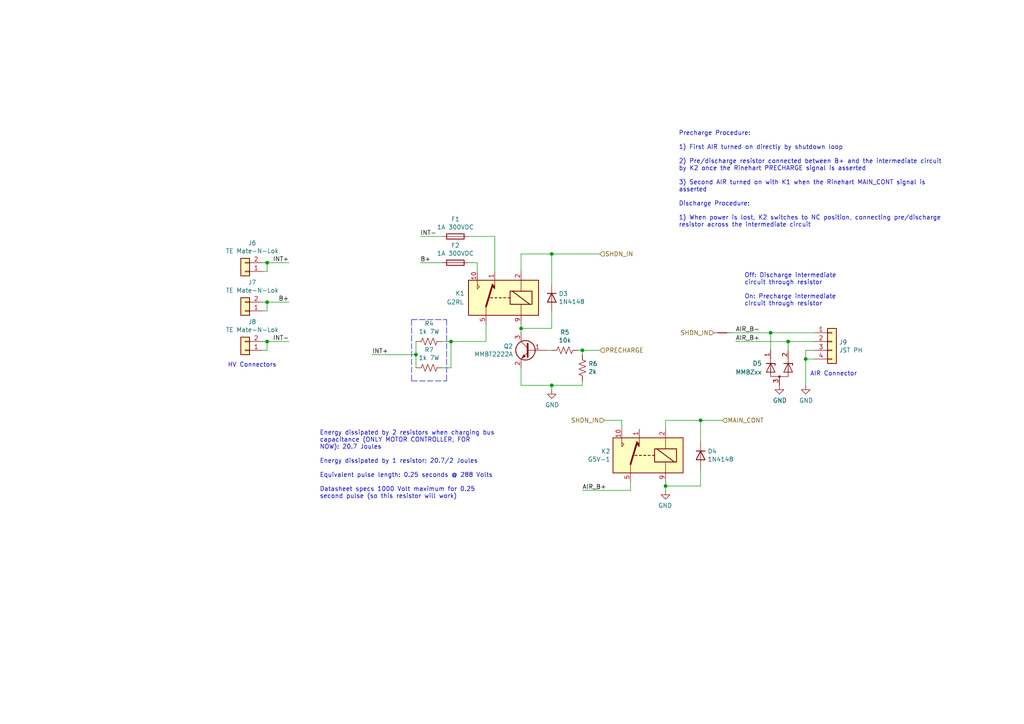
<source format=kicad_sch>
(kicad_sch (version 20211123) (generator eeschema)
  (paper "A4")
  (lib_symbols
    (symbol "Connector_Generic:Conn_01x02" (pin_names (offset 1.016) hide)
      (property "Reference" "J" (at 0 2.54 0))
      (property "Value" "Conn_01x02" (at 0 -5.08 0))
      (symbol "Conn_01x02_1_1"
        (rectangle (start -1.27 -2.413) (end 0 -2.667) (stroke (width 0.1524)))
        (rectangle (start -1.27 0.127) (end 0 -0.127) (stroke (width 0.1524)))
        (rectangle (start -1.27 1.27) (end 1.27 -3.81) (stroke (width 0.254)) (fill (type background)))
        (pin passive line (at -5.08 0 0) (length 3.81) (name "Pin_1") (number "1"))
        (pin passive line (at -5.08 -2.54 0) (length 3.81) (name "Pin_2") (number "2"))
      )
    )
    (symbol "Connector_Generic:Conn_01x04" (pin_names (offset 1.016) hide)
      (property "Reference" "J" (at 0 5.08 0))
      (property "Value" "Conn_01x04" (at 0 -7.62 0))
      (symbol "Conn_01x04_1_1"
        (rectangle (start -1.27 -4.953) (end 0 -5.207) (stroke (width 0.1524)))
        (rectangle (start -1.27 -2.413) (end 0 -2.667) (stroke (width 0.1524)))
        (rectangle (start -1.27 0.127) (end 0 -0.127) (stroke (width 0.1524)))
        (rectangle (start -1.27 2.667) (end 0 2.413) (stroke (width 0.1524)))
        (rectangle (start -1.27 3.81) (end 1.27 -6.35) (stroke (width 0.254)) (fill (type background)))
        (pin passive line (at -5.08 2.54 0) (length 3.81) (name "Pin_1") (number "1"))
        (pin passive line (at -5.08 0 0) (length 3.81) (name "Pin_2") (number "2"))
        (pin passive line (at -5.08 -2.54 0) (length 3.81) (name "Pin_3") (number "3"))
        (pin passive line (at -5.08 -5.08 0) (length 3.81) (name "Pin_4") (number "4"))
      )
    )
    (symbol "Device:Fuse" (pin_numbers hide) (pin_names (offset 0))
      (property "Reference" "F" (at 2.032 0 90))
      (property "Value" "Fuse" (at -1.905 0 90))
      (symbol "Fuse_0_1"
        (rectangle (start -0.762 -2.54) (end 0.762 2.54) (stroke (width 0.254)))
        (polyline (pts (xy 0 2.54) (xy 0 -2.54)))
      )
      (symbol "Fuse_1_1"
        (pin passive line (at 0 3.81 270) (length 1.27) (name "~") (number "1"))
        (pin passive line (at 0 -3.81 90) (length 1.27) (name "~") (number "2"))
      )
    )
    (symbol "Device:Net-Tie_2" (pin_numbers hide) (pin_names (offset 0) hide)
      (property "Reference" "NT" (at 0 1.27 0))
      (property "Value" "Device_Net-Tie_2" (at 0 -1.27 0))
      (symbol "Net-Tie_2_0_1"
        (polyline (pts (xy -1.27 0) (xy 1.27 0)) (stroke (width 0.254)))
      )
      (symbol "Net-Tie_2_1_1"
        (pin passive line (at -2.54 0 0) (length 2.54) (name "1") (number "1"))
        (pin passive line (at 2.54 0 180) (length 2.54) (name "2") (number "2"))
      )
    )
    (symbol "Device:Q_NPN_BEC" (pin_names (offset 0) hide)
      (property "Reference" "Q" (at 5.08 1.27 0))
      (property "Value" "Q_NPN_BEC" (at 5.08 -1.27 0))
      (symbol "Q_NPN_BEC_0_1"
        (polyline (pts (xy 0.635 0.635) (xy 2.54 2.54)))
        (polyline (pts (xy 0.635 -0.635) (xy 2.54 -2.54) (xy 2.54 -2.54)))
        (polyline (pts (xy 0.635 1.905) (xy 0.635 -1.905) (xy 0.635 -1.905)) (stroke (width 0.508)))
        (polyline (pts (xy 1.27 -1.778) (xy 1.778 -1.27) (xy 2.286 -2.286) (xy 1.27 -1.778) (xy 1.27 -1.778)) (fill (type outline)))
        (circle (center 1.27 0) (radius 2.8194) (stroke (width 0.254)))
      )
      (symbol "Q_NPN_BEC_1_1"
        (pin input line (at -5.08 0 0) (length 5.715) (name "B") (number "1"))
        (pin passive line (at 2.54 -5.08 90) (length 2.54) (name "E") (number "2"))
        (pin passive line (at 2.54 5.08 270) (length 2.54) (name "C") (number "3"))
      )
    )
    (symbol "Device:R_US" (pin_numbers hide) (pin_names (offset 0))
      (property "Reference" "R" (at 2.54 0 90))
      (property "Value" "R_US" (at -2.54 0 90))
      (symbol "R_US_0_1"
        (polyline (pts (xy 0 -2.286) (xy 0 -2.54)))
        (polyline (pts (xy 0 2.286) (xy 0 2.54)))
        (polyline (pts (xy 0 -0.762) (xy 1.016 -1.143) (xy 0 -1.524) (xy -1.016 -1.905) (xy 0 -2.286)))
        (polyline (pts (xy 0 0.762) (xy 1.016 0.381) (xy 0 0) (xy -1.016 -0.381) (xy 0 -0.762)))
        (polyline (pts (xy 0 2.286) (xy 1.016 1.905) (xy 0 1.524) (xy -1.016 1.143) (xy 0 0.762)))
      )
      (symbol "R_US_1_1"
        (pin passive line (at 0 3.81 270) (length 1.27) (name "~") (number "1"))
        (pin passive line (at 0 -3.81 90) (length 1.27) (name "~") (number "2"))
      )
    )
    (symbol "Diode:1N4148" (pin_numbers hide) (pin_names (offset 1.016) hide)
      (property "Reference" "D" (at 0 2.54 0))
      (property "Value" "1N4148" (at 0 -2.54 0))
      (symbol "1N4148_0_1"
        (polyline (pts (xy -1.27 1.27) (xy -1.27 -1.27)) (stroke (width 0.254)))
        (polyline (pts (xy 1.27 0) (xy -1.27 0)))
        (polyline (pts (xy 1.27 1.27) (xy 1.27 -1.27) (xy -1.27 0) (xy 1.27 1.27)) (stroke (width 0.254)))
      )
      (symbol "1N4148_1_1"
        (pin passive line (at -3.81 0 0) (length 2.54) (name "K") (number "1"))
        (pin passive line (at 3.81 0 180) (length 2.54) (name "A") (number "2"))
      )
    )
    (symbol "Diode:MMBZxx" (pin_names (offset 1.016) hide)
      (property "Reference" "D" (at 3.81 2.54 0))
      (property "Value" "MMBZxx" (at 3.81 0 0))
      (symbol "MMBZxx_0_1"
        (circle (center 0 -2.54) (radius 0.254) (fill (type outline)))
        (polyline (pts (xy -2.54 -1.27) (xy -2.54 2.54)))
        (polyline (pts (xy 2.54 -1.27) (xy 2.54 2.54)))
        (polyline (pts (xy -3.81 1.27) (xy -1.27 1.27) (xy -1.27 0.762)) (stroke (width 0.254)))
        (polyline (pts (xy 1.27 1.27) (xy 3.81 1.27) (xy 3.81 0.762)) (stroke (width 0.254)))
        (polyline (pts (xy -2.54 0) (xy -2.54 -2.54) (xy 2.54 -2.54) (xy 2.54 0)))
      )
      (symbol "MMBZxx_1_1"
        (polyline (pts (xy -3.81 -1.27) (xy -1.27 -1.27) (xy -2.54 1.27) (xy -3.81 -1.27)) (stroke (width 0.2032)))
        (polyline (pts (xy 1.27 -1.27) (xy 3.81 -1.27) (xy 2.54 1.27) (xy 1.27 -1.27)) (stroke (width 0.2032)))
        (pin passive line (at -2.54 5.08 270) (length 2.54) (name "K") (number "1"))
        (pin passive line (at 2.54 5.08 270) (length 2.54) (name "K") (number "2"))
        (pin passive line (at 0 -5.08 90) (length 2.54) (name "A") (number "3"))
      )
    )
    (symbol "Relay:G5V-1"
      (property "Reference" "K" (at 11.43 3.81 0))
      (property "Value" "G5V-1" (at 11.43 1.27 0))
      (symbol "G5V-1_0_0"
        (polyline (pts (xy 7.62 5.08) (xy 7.62 2.54) (xy 6.985 3.175) (xy 7.62 3.81)))
      )
      (symbol "G5V-1_0_1"
        (rectangle (start -10.16 5.08) (end 10.16 -5.08) (stroke (width 0.254)) (fill (type background)))
        (rectangle (start -8.255 1.905) (end -1.905 -1.905) (stroke (width 0.254)))
        (polyline (pts (xy -7.62 -1.905) (xy -2.54 1.905)) (stroke (width 0.254)))
        (polyline (pts (xy -5.08 -5.08) (xy -5.08 -1.905)))
        (polyline (pts (xy -5.08 5.08) (xy -5.08 1.905)))
        (polyline (pts (xy -1.905 0) (xy -1.27 0)) (stroke (width 0.254)))
        (polyline (pts (xy -0.635 0) (xy 0 0)) (stroke (width 0.254)))
        (polyline (pts (xy 0.635 0) (xy 1.27 0)) (stroke (width 0.254)))
        (polyline (pts (xy 1.905 0) (xy 2.54 0)) (stroke (width 0.254)))
        (polyline (pts (xy 3.175 0) (xy 3.81 0)) (stroke (width 0.254)))
        (polyline (pts (xy 5.08 -2.54) (xy 3.175 3.81)) (stroke (width 0.508)))
        (polyline (pts (xy 5.08 -2.54) (xy 5.08 -5.08)))
        (polyline (pts (xy 2.54 5.08) (xy 2.54 2.54) (xy 3.175 3.175) (xy 2.54 3.81)) (fill (type outline)))
      )
      (symbol "G5V-1_1_1"
        (pin passive line (at 2.54 7.62 270) (length 2.54) (name "~") (number "1"))
        (pin passive line (at 7.62 7.62 270) (length 2.54) (name "~") (number "10"))
        (pin passive line (at -5.08 7.62 270) (length 2.54) (name "~") (number "2"))
        (pin passive line (at 5.08 -7.62 90) (length 2.54) (name "~") (number "5"))
        (pin passive line (at 5.08 -7.62 90) (length 2.54) hide (name "~") (number "6"))
        (pin passive line (at -5.08 -7.62 90) (length 2.54) (name "~") (number "9"))
      )
    )
    (symbol "power:GND" (power) (pin_names (offset 0))
      (property "Value" "GND" (at 0 -3.81 0))
      (symbol "GND_0_1"
        (polyline (pts (xy 0 0) (xy 0 -1.27) (xy 1.27 -1.27) (xy 0 -2.54) (xy -1.27 -1.27) (xy 0 -1.27)))
      )
      (symbol "GND_1_1"
        (pin power_in line (at 0 0 270) (length 0) hide (name "GND") (number "1"))
      )
    )
  )
  (junction (at 223.52 96.52))
  (junction (at 120.65 102.87))
  (junction (at 77.47 87.63))
  (junction (at 168.91 101.6))
  (junction (at 160.02 111.76))
  (junction (at 228.6 99.06))
  (junction (at 77.47 99.06))
  (junction (at 151.13 95.25))
  (junction (at 130.81 99.06))
  (junction (at 233.68 104.14))
  (junction (at 77.47 76.2))
  (junction (at 193.04 140.97))
  (junction (at 160.02 73.66))
  (junction (at 203.2 121.92))
  (wire (pts (xy 151.13 73.66) (xy 160.02 73.66)))
  (wire (pts (xy 76.2 76.2) (xy 77.47 76.2)))
  (wire (pts (xy 120.65 102.87) (xy 120.65 99.06)))
  (wire (pts (xy 128.27 76.2) (xy 121.92 76.2)))
  (wire (pts (xy 120.65 102.87) (xy 107.95 102.87)))
  (polyline (pts (xy 129.54 92.71) (xy 129.54 110.49)))
  (wire (pts (xy 143.51 78.74) (xy 143.51 68.58)))
  (wire (pts (xy 223.52 96.52) (xy 236.22 96.52)))
  (wire (pts (xy 228.6 99.06) (xy 236.22 99.06)))
  (wire (pts (xy 77.47 99.06) (xy 83.82 99.06)))
  (wire (pts (xy 151.13 93.98) (xy 151.13 95.25)))
  (wire (pts (xy 160.02 111.76) (xy 168.91 111.76)))
  (wire (pts (xy 151.13 106.68) (xy 151.13 111.76)))
  (wire (pts (xy 130.81 106.68) (xy 130.81 99.06)))
  (wire (pts (xy 77.47 87.63) (xy 83.82 87.63)))
  (wire (pts (xy 128.27 106.68) (xy 130.81 106.68)))
  (wire (pts (xy 77.47 76.2) (xy 83.82 76.2)))
  (wire (pts (xy 151.13 111.76) (xy 160.02 111.76)))
  (wire (pts (xy 77.47 78.74) (xy 77.47 76.2)))
  (wire (pts (xy 236.22 104.14) (xy 233.68 104.14)))
  (wire (pts (xy 203.2 140.97) (xy 203.2 135.89)))
  (wire (pts (xy 203.2 128.27) (xy 203.2 121.92)))
  (polyline (pts (xy 119.38 110.49) (xy 129.54 110.49)))
  (wire (pts (xy 160.02 95.25) (xy 160.02 90.17)))
  (wire (pts (xy 138.43 78.74) (xy 138.43 76.2)))
  (wire (pts (xy 151.13 95.25) (xy 160.02 95.25)))
  (wire (pts (xy 160.02 73.66) (xy 173.99 73.66)))
  (polyline (pts (xy 119.38 92.71) (xy 119.38 110.49)))
  (wire (pts (xy 228.6 99.06) (xy 213.36 99.06)))
  (wire (pts (xy 236.22 101.6) (xy 233.68 101.6)))
  (wire (pts (xy 130.81 99.06) (xy 140.97 99.06)))
  (wire (pts (xy 158.75 101.6) (xy 160.02 101.6)))
  (wire (pts (xy 182.88 139.7) (xy 182.88 142.24)))
  (wire (pts (xy 77.47 90.17) (xy 77.47 87.63)))
  (wire (pts (xy 120.65 102.87) (xy 120.65 106.68)))
  (wire (pts (xy 180.34 124.46) (xy 180.34 121.92)))
  (wire (pts (xy 193.04 121.92) (xy 203.2 121.92)))
  (wire (pts (xy 168.91 102.87) (xy 168.91 101.6)))
  (wire (pts (xy 143.51 68.58) (xy 135.89 68.58)))
  (wire (pts (xy 167.64 101.6) (xy 168.91 101.6)))
  (wire (pts (xy 128.27 68.58) (xy 121.92 68.58)))
  (wire (pts (xy 233.68 101.6) (xy 233.68 104.14)))
  (wire (pts (xy 168.91 111.76) (xy 168.91 110.49)))
  (wire (pts (xy 203.2 121.92) (xy 209.55 121.92)))
  (wire (pts (xy 160.02 82.55) (xy 160.02 73.66)))
  (wire (pts (xy 76.2 90.17) (xy 77.47 90.17)))
  (wire (pts (xy 76.2 101.6) (xy 77.47 101.6)))
  (wire (pts (xy 228.6 101.6) (xy 228.6 99.06)))
  (wire (pts (xy 138.43 76.2) (xy 135.89 76.2)))
  (wire (pts (xy 128.27 99.06) (xy 130.81 99.06)))
  (wire (pts (xy 151.13 95.25) (xy 151.13 96.52)))
  (wire (pts (xy 193.04 140.97) (xy 193.04 139.7)))
  (wire (pts (xy 77.47 101.6) (xy 77.47 99.06)))
  (wire (pts (xy 180.34 121.92) (xy 175.26 121.92)))
  (polyline (pts (xy 119.38 92.71) (xy 129.54 92.71)))
  (wire (pts (xy 76.2 78.74) (xy 77.47 78.74)))
  (wire (pts (xy 160.02 111.76) (xy 160.02 113.03)))
  (wire (pts (xy 182.88 142.24) (xy 168.91 142.24)))
  (wire (pts (xy 223.52 96.52) (xy 212.09 96.52)))
  (wire (pts (xy 193.04 124.46) (xy 193.04 121.92)))
  (wire (pts (xy 193.04 142.24) (xy 193.04 140.97)))
  (wire (pts (xy 168.91 101.6) (xy 173.99 101.6)))
  (wire (pts (xy 76.2 99.06) (xy 77.47 99.06)))
  (wire (pts (xy 140.97 93.98) (xy 140.97 99.06)))
  (wire (pts (xy 193.04 140.97) (xy 203.2 140.97)))
  (wire (pts (xy 76.2 87.63) (xy 77.47 87.63)))
  (wire (pts (xy 223.52 101.6) (xy 223.52 96.52)))
  (wire (pts (xy 151.13 78.74) (xy 151.13 73.66)))
  (wire (pts (xy 233.68 104.14) (xy 233.68 111.76)))
  (text "Precharge Procedure:\n\n1) First AIR turned on directly by shutdown loop\n\n2) Pre/discharge resistor connected between B+ and the intermediate circuit\nby K2 once the Rinehart PRECHARGE signal is asserted\n\n3) Second AIR turned on with K1 when the Rinehart MAIN_CONT signal is\nasserted\n\nDischarge Procedure:\n\n1) When power is lost, K2 switches to NC position, connecting pre/discharge\nresistor across the intermediate circuit" (at 196.85 66.04 0) (effects (font (size 1.27 1.27)) (justify left bottom)))
  (text "AIR Connector" (at 234.95 109.22 0) (effects (font (size 1.27 1.27)) (justify left bottom)))
  (text "Energy dissipated by 2 resistors when charging bus\ncapacitance (ONLY MOTOR CONTROLLER, FOR\nNOW): 20.7 Joules\n\nEnergy dissipated by 1 resistor: 20.7/2 Joules\n\nEquivalent pulse length: 0.25 seconds @ 288 Volts\n\nDatasheet specs 1000 Volt maximum for 0.25\nsecond pulse (so this resistor will work)" (at 92.71 144.78 0) (effects (font (size 1.27 1.27)) (justify left bottom)))
  (text "Off: Discharge intermediate\ncircuit through resistor\n\nOn: Precharge intermediate\ncircuit through resistor" (at 215.9 88.9 0) (effects (font (size 1.27 1.27)) (justify left bottom)))
  (text "HV Connectors" (at 66.04 106.68 0) (effects (font (size 1.27 1.27)) (justify left bottom)))
  (label "AIR_B+" (at 213.36 99.06 0))
  (label "AIR_B-" (at 213.36 96.52 0))
  (label "INT-" (at 83.82 99.06 180))
  (label "B+" (at 83.82 87.63 180))
  (label "AIR_B+" (at 168.91 142.24 0))
  (label "INT+" (at 83.82 76.2 180))
  (label "B+" (at 121.92 76.2 0))
  (label "INT-" (at 121.92 68.58 0))
  (label "INT+" (at 107.95 102.87 0))
  (hierarchical_label "PRECHARGE" (shape input) (at 173.99 101.6 0))
  (hierarchical_label "SHDN_IN" (shape input) (at 175.26 121.92 180))
  (hierarchical_label "SHDN_IN" (shape input) (at 207.01 96.52 180))
  (hierarchical_label "MAIN_CONT" (shape input) (at 209.55 121.92 0))
  (hierarchical_label "SHDN_IN" (shape input) (at 173.99 73.66 0))
  (symbol (lib_id "Diode:MMBZxx") (at 226.06 106.68 0) (unit 1)
    (property "Reference" "D5" (at 220.98 105.41 0) (effects (justify right)))
    (property "Value" "MMBZxx" (at 220.98 107.95 0) (effects (justify right)))
    (property "Footprint" "Package_TO_SOT_SMD:SOT-23" (effects hide))
    (property "Datasheet" "http://www.onsemi.com/pub/Collateral/MMBZ5V6ALT1-D.PDF" (effects hide))
  )
  (symbol (lib_id "Connector_Generic:Conn_01x04") (at 241.3 99.06 0) (unit 1)
    (property "Reference" "J9" (at 243.332 99.2632 0) (effects (justify left)))
    (property "Value" "JST PH" (at 243.332 101.5746 0) (effects (justify left)))
    (property "Footprint" "Connector_JST:JST_PH_B4B-PH-K_1x04_P2.00mm_Vertical" (effects hide))
  )
  (symbol (lib_id "power:GND") (at 233.68 111.76 0) (unit 1)
    (property "Reference" "#PWR0124" (effects hide))
    (property "Value" "GND" (at 233.807 116.1542 0))
  )
  (symbol (lib_id "power:GND") (at 226.06 111.76 0) (unit 1)
    (property "Reference" "#PWR0125" (effects hide))
    (property "Value" "GND" (at 226.187 116.1542 0))
  )
  (symbol (lib_id "Relay:G5V-1") (at 146.05 86.36 0) (mirror y) (unit 1)
    (property "Reference" "K1" (at 132.08 85.09 0) (effects (justify right)))
    (property "Value" "G2RL" (at 129.54 87.63 0) (effects (justify right)))
    (property "Footprint" "AERO-footprints:G2RL" (effects hide))
    (property "Datasheet" "http://omronfs.omron.com/en_US/ecb/products/pdf/en-g5v_1.pdf" (effects hide))
  )
  (symbol (lib_id "power:GND") (at 160.02 113.03 0) (unit 1)
    (property "Reference" "#PWR0126" (effects hide))
    (property "Value" "GND" (at 160.147 117.4242 0))
  )
  (symbol (lib_id "Relay:G5V-1") (at 187.96 132.08 0) (mirror y) (unit 1)
    (property "Reference" "K2" (at 177.038 130.9116 0) (effects (justify left)))
    (property "Value" "G5V-1" (at 177.038 133.223 0) (effects (justify left)))
    (property "Footprint" "Relay_THT:Relay_SPDT_Omron_G5V-1" (effects hide))
    (property "Datasheet" "http://omronfs.omron.com/en_US/ecb/products/pdf/en-g5v_1.pdf" (effects hide))
  )
  (symbol (lib_id "power:GND") (at 193.04 142.24 0) (mirror y) (unit 1)
    (property "Reference" "#PWR0127" (effects hide))
    (property "Value" "GND" (at 192.913 146.6342 0))
  )
  (symbol (lib_id "Device:R_US") (at 124.46 99.06 270) (unit 1)
    (property "Reference" "R4" (at 124.46 93.853 90))
    (property "Value" "1k 7W" (at 124.46 96.1644 90))
    (property "Footprint" "Resistor_THT:R_Axial_Power_L25.0mm_W9.0mm_P30.48mm" (effects hide))
    (property "MFR P/N" "AC07000001001JAC00" (effects hide))
  )
  (symbol (lib_id "Device:Q_NPN_BEC") (at 153.67 101.6 0) (mirror y) (unit 1)
    (property "Reference" "Q2" (at 148.8186 100.4316 0) (effects (justify left)))
    (property "Value" "MMBT2222A" (at 148.8186 102.743 0) (effects (justify left)))
    (property "Footprint" "Package_TO_SOT_SMD:SOT-23" (effects hide))
  )
  (symbol (lib_id "Device:R_US") (at 168.91 106.68 180) (unit 1)
    (property "Reference" "R6" (at 170.6372 105.5116 0) (effects (justify right)))
    (property "Value" "2k" (at 170.6372 107.823 0) (effects (justify right)))
    (property "Footprint" "Resistor_SMD:R_0603_1608Metric" (effects hide))
  )
  (symbol (lib_id "Device:R_US") (at 163.83 101.6 90) (unit 1)
    (property "Reference" "R5" (at 163.83 96.393 90))
    (property "Value" "10k" (at 163.83 98.7044 90))
    (property "Footprint" "Resistor_SMD:R_0603_1608Metric" (effects hide))
  )
  (symbol (lib_id "Device:Net-Tie_2") (at 209.55 96.52 0) (unit 1)
    (property "Reference" "NT1" (effects hide))
    (property "Value" "Net-Tie_2" (effects hide))
    (property "Footprint" "NetTie:NetTie-2_SMD_Pad2.0mm" (effects hide))
  )
  (symbol (lib_id "Device:Fuse") (at 132.08 76.2 270) (unit 1)
    (property "Reference" "F2" (at 132.08 71.1962 90))
    (property "Value" "1A 300VDC" (at 132.08 73.5076 90))
    (property "Footprint" "AERO-footprints:Bell_0ADKP1000-RE" (effects hide))
  )
  (symbol (lib_id "Device:Fuse") (at 132.08 68.58 270) (unit 1)
    (property "Reference" "F1" (at 132.08 63.5762 90))
    (property "Value" "1A 300VDC" (at 132.08 65.8876 90))
    (property "Footprint" "AERO-footprints:Bell_0ADKP1000-RE" (effects hide))
  )
  (symbol (lib_id "Connector_Generic:Conn_01x02") (at 71.12 78.74 180) (unit 1)
    (property "Reference" "J6" (at 73.152 70.485 0))
    (property "Value" "TE Mate-N-Lok" (at 73.152 72.7964 0))
    (property "Footprint" "AERO-footprints:TE_MATE-N-LOK_1-770866-x_1x02_P4.14mm_Vertical" (effects hide))
  )
  (symbol (lib_id "Connector_Generic:Conn_01x02") (at 71.12 90.17 180) (unit 1)
    (property "Reference" "J7" (at 73.152 81.915 0))
    (property "Value" "TE Mate-N-Lok" (at 73.152 84.2264 0))
    (property "Footprint" "AERO-footprints:TE_MATE-N-LOK_1-770866-x_1x02_P4.14mm_Vertical" (effects hide))
  )
  (symbol (lib_id "Connector_Generic:Conn_01x02") (at 71.12 101.6 180) (unit 1)
    (property "Reference" "J8" (at 73.152 93.345 0))
    (property "Value" "TE Mate-N-Lok" (at 73.152 95.6564 0))
    (property "Footprint" "AERO-footprints:TE_MATE-N-LOK_1-770866-x_1x02_P4.14mm_Vertical" (effects hide))
  )
  (symbol (lib_id "Diode:1N4148") (at 160.02 86.36 270) (unit 1)
    (property "Reference" "D3" (at 162.0266 85.1916 90) (effects (justify left)))
    (property "Value" "1N4148" (at 162.0266 87.503 90) (effects (justify left)))
    (property "Footprint" "Diode_SMD:D_MiniMELF" (effects hide))
    (property "Datasheet" "http://www.nxp.com/documents/data_sheet/1N4148_1N4448.pdf" (effects hide))
  )
  (symbol (lib_id "Diode:1N4148") (at 203.2 132.08 270) (unit 1)
    (property "Reference" "D4" (at 205.2066 130.9116 90) (effects (justify left)))
    (property "Value" "1N4148" (at 205.2066 133.223 90) (effects (justify left)))
    (property "Footprint" "Diode_SMD:D_MiniMELF" (effects hide))
    (property "Datasheet" "http://www.nxp.com/documents/data_sheet/1N4148_1N4448.pdf" (effects hide))
  )
  (symbol (lib_id "Device:R_US") (at 124.46 106.68 270) (unit 1)
    (property "Reference" "R7" (at 124.46 101.473 90))
    (property "Value" "1k 7W" (at 124.46 103.7844 90))
    (property "Footprint" "Resistor_THT:R_Axial_Power_L25.0mm_W9.0mm_P30.48mm" (effects hide))
    (property "MFR P/N" "AC07000001001JAC00" (effects hide))
  )
)
</source>
